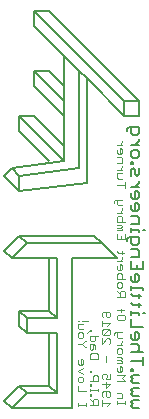
<source format=gbr>
G04 EAGLE Gerber RS-274X export*
G75*
%MOMM*%
%FSLAX34Y34*%
%LPD*%
%INSilkscreen Bottom*%
%IPPOS*%
%AMOC8*
5,1,8,0,0,1.08239X$1,22.5*%
G01*
%ADD10C,0.127000*%
%ADD11C,0.076200*%


D10*
X145844Y101469D02*
X140760Y101469D01*
X139065Y103164D01*
X140760Y104859D01*
X139065Y106554D01*
X140760Y108248D01*
X145844Y108248D01*
X145844Y111994D02*
X140760Y111994D01*
X139065Y113689D01*
X140760Y115383D01*
X139065Y117078D01*
X140760Y118773D01*
X145844Y118773D01*
X145844Y122519D02*
X140760Y122519D01*
X139065Y124213D01*
X140760Y125908D01*
X139065Y127603D01*
X140760Y129298D01*
X145844Y129298D01*
X140760Y133043D02*
X139065Y133043D01*
X140760Y133043D02*
X140760Y134738D01*
X139065Y134738D01*
X139065Y133043D01*
X139065Y141695D02*
X149234Y141695D01*
X149234Y138305D02*
X149234Y145085D01*
X149234Y148830D02*
X139065Y148830D01*
X144149Y148830D02*
X145844Y150525D01*
X145844Y153914D01*
X144149Y155609D01*
X139065Y155609D01*
X139065Y161049D02*
X139065Y164439D01*
X139065Y161049D02*
X140760Y159355D01*
X144149Y159355D01*
X145844Y161049D01*
X145844Y164439D01*
X144149Y166134D01*
X142455Y166134D01*
X142455Y159355D01*
X139065Y169879D02*
X149234Y169879D01*
X139065Y169879D02*
X139065Y176658D01*
X145844Y180404D02*
X145844Y182099D01*
X139065Y182099D01*
X139065Y183793D02*
X139065Y180404D01*
X149234Y182099D02*
X150928Y182099D01*
X147539Y189115D02*
X140760Y189115D01*
X139065Y190810D01*
X145844Y190810D02*
X145844Y187420D01*
X147539Y196131D02*
X140760Y196131D01*
X139065Y197826D01*
X145844Y197826D02*
X145844Y194437D01*
X149234Y201453D02*
X149234Y203148D01*
X139065Y203148D01*
X139065Y204842D02*
X139065Y201453D01*
X139065Y210164D02*
X139065Y213554D01*
X139065Y210164D02*
X140760Y208469D01*
X144149Y208469D01*
X145844Y210164D01*
X145844Y213554D01*
X144149Y215248D01*
X142455Y215248D01*
X142455Y208469D01*
X149234Y218994D02*
X149234Y225773D01*
X149234Y218994D02*
X139065Y218994D01*
X139065Y225773D01*
X144149Y222383D02*
X144149Y218994D01*
X145844Y229518D02*
X139065Y229518D01*
X145844Y229518D02*
X145844Y234603D01*
X144149Y236298D01*
X139065Y236298D01*
X135675Y243433D02*
X135675Y245127D01*
X137370Y246822D01*
X145844Y246822D01*
X145844Y241738D01*
X144149Y240043D01*
X140760Y240043D01*
X139065Y241738D01*
X139065Y246822D01*
X145844Y250568D02*
X145844Y252262D01*
X139065Y252262D01*
X139065Y250568D02*
X139065Y253957D01*
X149234Y252262D02*
X150928Y252262D01*
X145844Y257584D02*
X139065Y257584D01*
X145844Y257584D02*
X145844Y262668D01*
X144149Y264363D01*
X139065Y264363D01*
X139065Y269803D02*
X139065Y273193D01*
X139065Y269803D02*
X140760Y268109D01*
X144149Y268109D01*
X145844Y269803D01*
X145844Y273193D01*
X144149Y274888D01*
X142455Y274888D01*
X142455Y268109D01*
X139065Y280328D02*
X139065Y283718D01*
X139065Y280328D02*
X140760Y278633D01*
X144149Y278633D01*
X145844Y280328D01*
X145844Y283718D01*
X144149Y285412D01*
X142455Y285412D01*
X142455Y278633D01*
X139065Y289158D02*
X145844Y289158D01*
X142455Y289158D02*
X145844Y292547D01*
X145844Y294242D01*
X139065Y297928D02*
X139065Y303013D01*
X140760Y304707D01*
X142455Y303013D01*
X142455Y299623D01*
X144149Y297928D01*
X145844Y299623D01*
X145844Y304707D01*
X140760Y308453D02*
X139065Y308453D01*
X140760Y308453D02*
X140760Y310148D01*
X139065Y310148D01*
X139065Y308453D01*
X139065Y315410D02*
X139065Y318799D01*
X140760Y320494D01*
X144149Y320494D01*
X145844Y318799D01*
X145844Y315410D01*
X144149Y313715D01*
X140760Y313715D01*
X139065Y315410D01*
X139065Y324240D02*
X145844Y324240D01*
X142455Y324240D02*
X145844Y327629D01*
X145844Y329324D01*
X135675Y336400D02*
X135675Y338095D01*
X137370Y339789D01*
X145844Y339789D01*
X145844Y334705D01*
X144149Y333010D01*
X140760Y333010D01*
X139065Y334705D01*
X139065Y339789D01*
D11*
X126873Y107266D02*
X126873Y104809D01*
X126873Y106038D02*
X134245Y106038D01*
X134245Y107266D02*
X134245Y104809D01*
X131788Y109798D02*
X126873Y109798D01*
X131788Y109798D02*
X131788Y113485D01*
X130559Y114713D01*
X126873Y114713D01*
X126873Y124767D02*
X134245Y124767D01*
X131788Y127224D01*
X134245Y129682D01*
X126873Y129682D01*
X126873Y133480D02*
X126873Y135937D01*
X126873Y133480D02*
X128102Y132251D01*
X130559Y132251D01*
X131788Y133480D01*
X131788Y135937D01*
X130559Y137166D01*
X129330Y137166D01*
X129330Y132251D01*
X126873Y139735D02*
X131788Y139735D01*
X131788Y140964D01*
X130559Y142192D01*
X126873Y142192D01*
X130559Y142192D02*
X131788Y143421D01*
X130559Y144650D01*
X126873Y144650D01*
X126873Y148448D02*
X126873Y150905D01*
X128102Y152134D01*
X130559Y152134D01*
X131788Y150905D01*
X131788Y148448D01*
X130559Y147219D01*
X128102Y147219D01*
X126873Y148448D01*
X126873Y154703D02*
X131788Y154703D01*
X129330Y154703D02*
X131788Y157161D01*
X131788Y158389D01*
X131788Y160940D02*
X128102Y160940D01*
X126873Y162169D01*
X126873Y165855D01*
X125644Y165855D02*
X131788Y165855D01*
X125644Y165855D02*
X124416Y164626D01*
X124416Y163398D01*
X134245Y177137D02*
X134245Y179595D01*
X134245Y177137D02*
X133017Y175908D01*
X128102Y175908D01*
X126873Y177137D01*
X126873Y179595D01*
X128102Y180823D01*
X133017Y180823D01*
X134245Y179595D01*
X133017Y184621D02*
X126873Y184621D01*
X133017Y184621D02*
X134245Y185850D01*
X130559Y185850D02*
X130559Y183393D01*
X126873Y195866D02*
X134245Y195866D01*
X134245Y199552D01*
X133017Y200781D01*
X130559Y200781D01*
X129330Y199552D01*
X129330Y195866D01*
X129330Y198324D02*
X126873Y200781D01*
X126873Y204579D02*
X126873Y207036D01*
X128102Y208265D01*
X130559Y208265D01*
X131788Y207036D01*
X131788Y204579D01*
X130559Y203350D01*
X128102Y203350D01*
X126873Y204579D01*
X126873Y210835D02*
X134245Y210835D01*
X126873Y210835D02*
X126873Y214521D01*
X128102Y215749D01*
X130559Y215749D01*
X131788Y214521D01*
X131788Y210835D01*
X126873Y219547D02*
X126873Y222005D01*
X126873Y219547D02*
X128102Y218319D01*
X130559Y218319D01*
X131788Y219547D01*
X131788Y222005D01*
X130559Y223234D01*
X129330Y223234D01*
X129330Y218319D01*
X126873Y225803D02*
X131788Y225803D01*
X131788Y228260D02*
X129330Y225803D01*
X131788Y228260D02*
X131788Y229489D01*
X133017Y233268D02*
X128102Y233268D01*
X126873Y234497D01*
X131788Y234497D02*
X131788Y232040D01*
X134245Y244513D02*
X134245Y249428D01*
X134245Y244513D02*
X126873Y244513D01*
X126873Y249428D01*
X130559Y246971D02*
X130559Y244513D01*
X131788Y251997D02*
X126873Y251997D01*
X131788Y251997D02*
X131788Y253226D01*
X130559Y254455D01*
X126873Y254455D01*
X130559Y254455D02*
X131788Y255683D01*
X130559Y256912D01*
X126873Y256912D01*
X126873Y259482D02*
X134245Y259482D01*
X126873Y259482D02*
X126873Y263168D01*
X128102Y264396D01*
X130559Y264396D01*
X131788Y263168D01*
X131788Y259482D01*
X131788Y266966D02*
X126873Y266966D01*
X129330Y266966D02*
X131788Y269423D01*
X131788Y270652D01*
X131788Y273202D02*
X128102Y273202D01*
X126873Y274431D01*
X126873Y278117D01*
X125644Y278117D02*
X131788Y278117D01*
X125644Y278117D02*
X124416Y276889D01*
X124416Y275660D01*
X126873Y290628D02*
X134245Y290628D01*
X134245Y288171D02*
X134245Y293086D01*
X131788Y295655D02*
X128102Y295655D01*
X126873Y296884D01*
X126873Y300570D01*
X131788Y300570D01*
X131788Y303139D02*
X126873Y303139D01*
X129330Y303139D02*
X131788Y305596D01*
X131788Y306825D01*
X131788Y309376D02*
X126873Y309376D01*
X131788Y309376D02*
X131788Y313062D01*
X130559Y314291D01*
X126873Y314291D01*
X126873Y318089D02*
X126873Y320546D01*
X126873Y318089D02*
X128102Y316860D01*
X130559Y316860D01*
X131788Y318089D01*
X131788Y320546D01*
X130559Y321775D01*
X129330Y321775D01*
X129330Y316860D01*
X126873Y324344D02*
X131788Y324344D01*
X129330Y324344D02*
X131788Y326802D01*
X131788Y328030D01*
X121545Y105933D02*
X119088Y103475D01*
X121545Y105933D02*
X114173Y105933D01*
X114173Y108390D02*
X114173Y103475D01*
X115402Y110959D02*
X114173Y112188D01*
X114173Y114646D01*
X115402Y115874D01*
X120317Y115874D01*
X121545Y114646D01*
X121545Y112188D01*
X120317Y110959D01*
X119088Y110959D01*
X117859Y112188D01*
X117859Y115874D01*
X114173Y122130D02*
X121545Y122130D01*
X117859Y118444D01*
X117859Y123358D01*
X121545Y125928D02*
X121545Y130843D01*
X121545Y125928D02*
X117859Y125928D01*
X119088Y128385D01*
X119088Y129614D01*
X117859Y130843D01*
X115402Y130843D01*
X114173Y129614D01*
X114173Y127156D01*
X115402Y125928D01*
X117859Y140896D02*
X117859Y145811D01*
X114173Y155864D02*
X114173Y160779D01*
X114173Y155864D02*
X119088Y160779D01*
X120317Y160779D01*
X121545Y159551D01*
X121545Y157093D01*
X120317Y155864D01*
X120317Y163349D02*
X115402Y163349D01*
X120317Y163349D02*
X121545Y164577D01*
X121545Y167035D01*
X120317Y168263D01*
X115402Y168263D01*
X114173Y167035D01*
X114173Y164577D01*
X115402Y163349D01*
X120317Y168263D01*
X119088Y170833D02*
X121545Y173290D01*
X114173Y173290D01*
X114173Y170833D02*
X114173Y175748D01*
X115402Y178317D02*
X114173Y179546D01*
X114173Y182003D01*
X115402Y183232D01*
X120317Y183232D01*
X121545Y182003D01*
X121545Y179546D01*
X120317Y178317D01*
X119088Y178317D01*
X117859Y179546D01*
X117859Y183232D01*
X111385Y104451D02*
X104013Y104451D01*
X111385Y104451D02*
X111385Y108137D01*
X110157Y109366D01*
X107699Y109366D01*
X106470Y108137D01*
X106470Y104451D01*
X106470Y106908D02*
X104013Y109366D01*
X104013Y111935D02*
X105242Y111935D01*
X105242Y113164D01*
X104013Y113164D01*
X104013Y111935D01*
X104013Y115677D02*
X104013Y118135D01*
X104013Y116906D02*
X111385Y116906D01*
X111385Y115677D02*
X111385Y118135D01*
X105242Y120667D02*
X104013Y120667D01*
X105242Y120667D02*
X105242Y121895D01*
X104013Y121895D01*
X104013Y120667D01*
X104013Y124409D02*
X111385Y124409D01*
X111385Y128095D01*
X110157Y129324D01*
X107699Y129324D01*
X106470Y128095D01*
X106470Y124409D01*
X105242Y131893D02*
X104013Y131893D01*
X105242Y131893D02*
X105242Y133122D01*
X104013Y133122D01*
X104013Y131893D01*
X104013Y143119D02*
X111385Y143119D01*
X104013Y143119D02*
X104013Y146805D01*
X105242Y148034D01*
X110157Y148034D01*
X111385Y146805D01*
X111385Y143119D01*
X108928Y151832D02*
X108928Y154289D01*
X107699Y155518D01*
X104013Y155518D01*
X104013Y151832D01*
X105242Y150603D01*
X106470Y151832D01*
X106470Y155518D01*
X104013Y163002D02*
X111385Y163002D01*
X104013Y163002D02*
X104013Y159316D01*
X105242Y158087D01*
X107699Y158087D01*
X108928Y159316D01*
X108928Y163002D01*
X104013Y168029D02*
X101556Y165572D01*
X104013Y168029D02*
X105242Y168029D01*
X105242Y166800D01*
X104013Y166800D01*
X104013Y168029D01*
X93853Y105797D02*
X93853Y103339D01*
X93853Y104568D02*
X101225Y104568D01*
X101225Y103339D02*
X101225Y105797D01*
X101225Y115813D02*
X93853Y115813D01*
X93853Y120728D01*
X93853Y124526D02*
X93853Y126983D01*
X95082Y128212D01*
X97539Y128212D01*
X98768Y126983D01*
X98768Y124526D01*
X97539Y123297D01*
X95082Y123297D01*
X93853Y124526D01*
X98768Y130781D02*
X93853Y133239D01*
X98768Y135696D01*
X93853Y139494D02*
X93853Y141952D01*
X93853Y139494D02*
X95082Y138266D01*
X97539Y138266D01*
X98768Y139494D01*
X98768Y141952D01*
X97539Y143180D01*
X96310Y143180D01*
X96310Y138266D01*
X99997Y153234D02*
X101225Y153234D01*
X99997Y153234D02*
X97539Y155691D01*
X99997Y158149D01*
X101225Y158149D01*
X97539Y155691D02*
X93853Y155691D01*
X93853Y161947D02*
X93853Y164404D01*
X95082Y165633D01*
X97539Y165633D01*
X98768Y164404D01*
X98768Y161947D01*
X97539Y160718D01*
X95082Y160718D01*
X93853Y161947D01*
X95082Y168202D02*
X98768Y168202D01*
X95082Y168202D02*
X93853Y169431D01*
X93853Y173117D01*
X98768Y173117D01*
X95082Y175686D02*
X93853Y175686D01*
X97539Y175686D02*
X102454Y175686D01*
D10*
X146050Y361950D02*
X69850Y438150D01*
X57150Y438150D01*
X133350Y361950D01*
X133350Y349250D02*
X101600Y381000D01*
X95250Y387350D01*
X82550Y400050D01*
X57150Y425450D01*
X57150Y438150D01*
X82550Y400050D02*
X82550Y374650D01*
X82550Y361950D01*
X82550Y349250D01*
X82550Y323850D01*
X82550Y311150D01*
X95250Y304800D02*
X95250Y387350D01*
X95250Y304800D02*
X44450Y298450D01*
X38100Y304800D02*
X82550Y311150D01*
X44450Y298450D02*
X38100Y304800D01*
X31750Y298450D01*
X44450Y285750D01*
X44450Y298450D01*
X82550Y311150D02*
X44450Y349250D01*
X57150Y349250D01*
X82550Y323850D01*
X44450Y336550D02*
X44450Y349250D01*
X44450Y336550D02*
X69850Y311150D01*
X82550Y361950D02*
X57150Y387350D01*
X57150Y374650D01*
X82550Y349250D01*
X69850Y387350D02*
X57150Y387350D01*
X69850Y387350D02*
X82550Y374650D01*
X101600Y381000D02*
X101600Y292100D01*
X44450Y285750D01*
X133350Y361950D02*
X146050Y361950D01*
X133350Y361950D02*
X133350Y349250D01*
X146050Y349250D01*
X146050Y361950D01*
X88900Y228600D02*
X88900Y101600D01*
X76200Y177800D02*
X76200Y228600D01*
X88900Y101600D02*
X38100Y101600D01*
X88900Y228600D02*
X127000Y228600D01*
X114300Y241300D02*
X50800Y241300D01*
X38100Y228600D02*
X69850Y228600D01*
X76200Y228600D01*
X76200Y165100D02*
X69850Y165100D01*
X50800Y165100D01*
X50800Y177800D01*
X76200Y177800D01*
X76200Y114300D02*
X50800Y114300D01*
X76200Y114300D02*
X76200Y165100D01*
X127000Y228600D02*
X114300Y241300D01*
X50800Y241300D02*
X38100Y228600D01*
X50800Y241300D02*
X44450Y247650D01*
X31750Y234950D01*
X38100Y228600D01*
X44450Y247650D02*
X107950Y247650D01*
X114300Y241300D01*
X69850Y184150D02*
X76200Y177800D01*
X69850Y184150D02*
X44450Y184150D01*
X50800Y177800D01*
X44450Y171450D02*
X50800Y165100D01*
X44450Y171450D02*
X44450Y184150D01*
X69850Y184150D02*
X69850Y228600D01*
X50800Y114300D02*
X38100Y101600D01*
X69850Y120650D02*
X76200Y114300D01*
X69850Y120650D02*
X44450Y120650D01*
X50800Y114300D01*
X44450Y120650D02*
X31750Y107950D01*
X38100Y101600D01*
X69850Y120650D02*
X69850Y165100D01*
M02*

</source>
